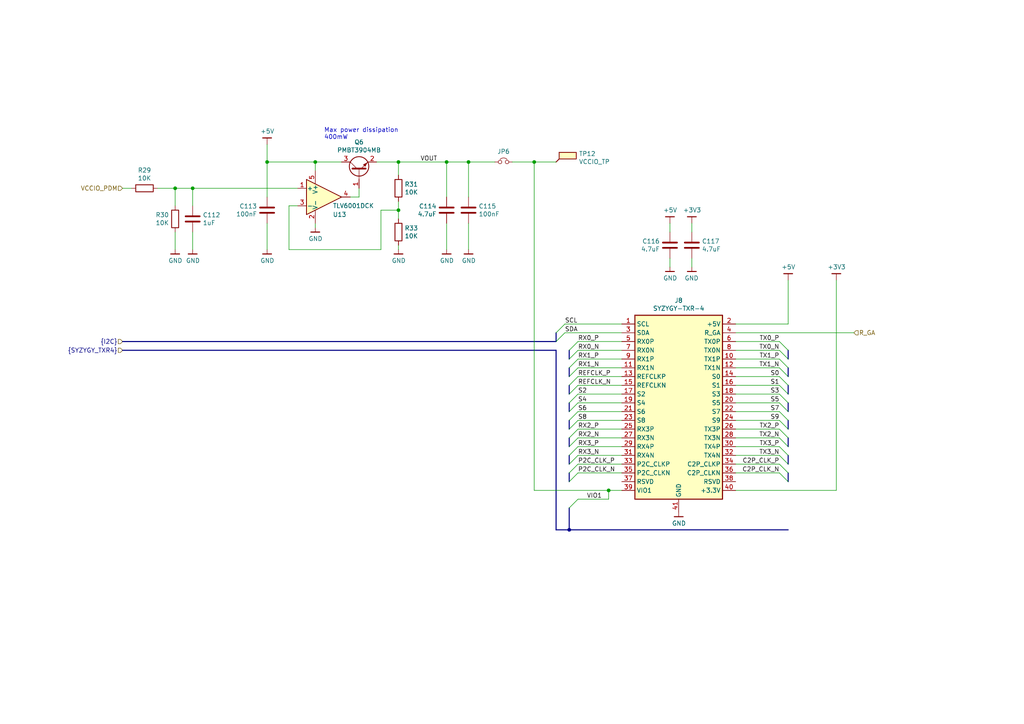
<source format=kicad_sch>
(kicad_sch (version 20200512) (host eeschema "5.99.0-unknown-711fc99~101~ubuntu18.04.1")
  (page 1 19)
  (paper "A4")
  (title_block (title "ButterStick") (date "2019-06-14") (rev "r0.2") (company "GsD"))
  (lib_symbols
    (symbol "Amplifier_Operational:TLV6001DCK" (pin_names (offset 0.127))
      (property "Reference" "U" (at 7.62 2.54 0))
      (property "Value" "TLV6001DCK" (at 11.43 -2.54 0))
      (symbol "TLV6001DCK_0_1"
        (polyline (pts (xy -2.54 5.08) (xy -2.54 -5.08) (xy 7.62 0) (xy -2.54 5.08)) (stroke (width 0.254)) (fill (type background)))
      )
      (symbol "TLV6001DCK_1_1"
        (pin input line (at -5.08 2.54 0) (length 2.54) (name "+") (number "1"))
        (pin power_in line (at 0 -7.62 90) (length 3.81) (name "V-") (number "2"))
        (pin input line (at -5.08 -2.54 0) (length 2.54) (name "-") (number "3"))
        (pin output line (at 10.16 0 180) (length 2.54) (name "~") (number "4"))
        (pin power_in line (at 0 7.62 270) (length 3.81) (name "V+") (number "5"))
      )
    )
    (symbol "Connector:TestPoint_Flag" (pin_numbers hide) (pin_names (offset 0.762) hide)
      (property "Reference" "TP" (at 3.429 1.778 0))
      (property "Value" "TestPoint_Flag" (at 3.302 4.191 0))
      (symbol "TestPoint_Flag_0_1"
        (rectangle (start 0.889 2.794) (end 5.842 0.889) (stroke (width 0.254)) (fill (type background)))
        (polyline (pts (xy 0 0) (xy 0.889 0.889)) (stroke (width 0.254)))
      )
      (symbol "TestPoint_Flag_1_1"
        (pin passive line (at 0 0 90) (length 0) (name "1") (number "1"))
      )
    )
    (symbol "Device:C" (pin_numbers hide) (pin_names (offset 0.254))
      (property "Reference" "C" (at 0.635 2.54 0))
      (property "Value" "C" (at 0.635 -2.54 0))
      (symbol "C_0_1"
        (polyline (pts (xy -2.032 -0.762) (xy 2.032 -0.762)) (stroke (width 0.508)))
        (polyline (pts (xy -2.032 0.762) (xy 2.032 0.762)) (stroke (width 0.508)))
      )
      (symbol "C_1_1"
        (pin passive line (at 0 3.81 270) (length 2.794) (name "~") (number "1"))
        (pin passive line (at 0 -3.81 90) (length 2.794) (name "~") (number "2"))
      )
    )
    (symbol "Device:Jumper_NC_Small" (pin_numbers hide) (pin_names (offset 0.762) hide)
      (property "Reference" "JP" (at 0 2.032 0))
      (property "Value" "Jumper_NC_Small" (at 0.254 -1.524 0))
      (symbol "Jumper_NC_Small_0_1"
        (arc (start 1.016 0.762) (end -1.016 0.762) (radius (at 0 -0.254) (length 1.4478) (angles 45 135)))
        (circle (center -1.016 0) (radius 0.508))
        (circle (center 1.016 0) (radius 0.508))
        (pin passive line (at -2.54 0 0) (length 1.016) (name "1") (number "1"))
        (pin passive line (at 2.54 0 180) (length 1.016) (name "2") (number "2"))
      )
    )
    (symbol "Device:R" (pin_numbers hide) (pin_names (offset 0))
      (property "Reference" "R" (at 2.032 0 90))
      (property "Value" "R" (at 0 0 90))
      (symbol "R_0_1"
        (rectangle (start -1.016 -2.54) (end 1.016 2.54) (stroke (width 0.254)))
      )
      (symbol "R_1_1"
        (pin passive line (at 0 3.81 270) (length 1.27) (name "~") (number "1"))
        (pin passive line (at 0 -3.81 90) (length 1.27) (name "~") (number "2"))
      )
    )
    (symbol "gkl_misc:PMBT3904MB" (pin_names (offset 0) hide)
      (property "Reference" "Q" (at 5.08 1.27 0))
      (property "Value" "PMBT3904MB" (at 5.08 -1.27 0))
      (symbol "PMBT3904MB_0_1"
        (circle (center 1.27 0) (radius 2.8194) (stroke (width 0.254)))
        (polyline (pts (xy 0.635 0) (xy -2.54 0)))
        (polyline (pts (xy 0.635 0.635) (xy 2.54 2.54)))
        (polyline (pts (xy 0.635 -0.635) (xy 2.54 -2.54) (xy 2.54 -2.54)))
        (polyline (pts (xy 0.635 1.905) (xy 0.635 -1.905) (xy 0.635 -1.905)) (stroke (width 0.508)))
        (polyline (pts (xy 1.27 -1.778) (xy 1.778 -1.27) (xy 2.286 -2.286) (xy 1.27 -1.778) (xy 1.27 -1.778)) (fill (type outline)))
      )
      (symbol "PMBT3904MB_1_1"
        (pin input line (at -5.08 0 0) (length 2.54) (name "B") (number "1"))
        (pin passive line (at 2.54 -5.08 90) (length 2.54) (name "E") (number "2"))
        (pin passive line (at 2.54 5.08 270) (length 2.54) (name "C") (number "3"))
      )
    )
    (symbol "gkl_misc:SYZYGY-TXR-4"
      (property "Reference" "J" (at 0 27.94 0))
      (property "Value" "SYZYGY-TXR-4" (at 0 25.4 0))
      (symbol "SYZYGY-TXR-4_0_1"
        (rectangle (start -12.7 24.13) (end 12.7 -29.21) (stroke (width 0.3302)) (fill (type background)))
      )
      (symbol "SYZYGY-TXR-4_1_1"
        (pin input line (at -16.51 21.59 0) (length 3.81) (name "SCL") (number "1"))
        (pin input line (at 16.51 11.43 180) (length 3.81) (name "TX1P") (number "10"))
        (pin input line (at -16.51 8.89 0) (length 3.81) (name "RX1N") (number "11"))
        (pin input line (at 16.51 8.89 180) (length 3.81) (name "TX1N") (number "12"))
        (pin input line (at -16.51 6.35 0) (length 3.81) (name "REFCLKP") (number "13"))
        (pin input line (at 16.51 6.35 180) (length 3.81) (name "S0") (number "14"))
        (pin input line (at -16.51 3.81 0) (length 3.81) (name "REFCLKN") (number "15"))
        (pin input line (at 16.51 3.81 180) (length 3.81) (name "S1") (number "16"))
        (pin input line (at -16.51 1.27 0) (length 3.81) (name "S2") (number "17"))
        (pin input line (at 16.51 1.27 180) (length 3.81) (name "S3") (number "18"))
        (pin input line (at -16.51 -1.27 0) (length 3.81) (name "S4") (number "19"))
        (pin input line (at 16.51 21.59 180) (length 3.81) (name "+5V") (number "2"))
        (pin input line (at 16.51 -1.27 180) (length 3.81) (name "S5") (number "20"))
        (pin input line (at -16.51 -3.81 0) (length 3.81) (name "S6") (number "21"))
        (pin input line (at 16.51 -3.81 180) (length 3.81) (name "S7") (number "22"))
        (pin input line (at -16.51 -6.35 0) (length 3.81) (name "S8") (number "23"))
        (pin input line (at 16.51 -6.35 180) (length 3.81) (name "S9") (number "24"))
        (pin input line (at -16.51 -8.89 0) (length 3.81) (name "RX3P") (number "25"))
        (pin input line (at 16.51 -8.89 180) (length 3.81) (name "TX3P") (number "26"))
        (pin input line (at -16.51 -11.43 0) (length 3.81) (name "RX3N") (number "27"))
        (pin input line (at 16.51 -11.43 180) (length 3.81) (name "TX3N") (number "28"))
        (pin input line (at -16.51 -13.97 0) (length 3.81) (name "RX4P") (number "29"))
        (pin input line (at -16.51 19.05 0) (length 3.81) (name "SDA") (number "3"))
        (pin input line (at 16.51 -13.97 180) (length 3.81) (name "TX4P") (number "30"))
        (pin input line (at -16.51 -16.51 0) (length 3.81) (name "RX4N") (number "31"))
        (pin input line (at 16.51 -16.51 180) (length 3.81) (name "TX4N") (number "32"))
        (pin input line (at -16.51 -19.05 0) (length 3.81) (name "P2C_CLKP") (number "33"))
        (pin input line (at 16.51 -19.05 180) (length 3.81) (name "C2P_CLKP") (number "34"))
        (pin input line (at -16.51 -21.59 0) (length 3.81) (name "P2C_CLKN") (number "35"))
        (pin input line (at 16.51 -21.59 180) (length 3.81) (name "C2P_CLKN") (number "36"))
        (pin input line (at -16.51 -24.13 0) (length 3.81) (name "RSVD") (number "37"))
        (pin input line (at 16.51 -24.13 180) (length 3.81) (name "RSVD") (number "38"))
        (pin input line (at -16.51 -26.67 0) (length 3.81) (name "VIO1") (number "39"))
        (pin input line (at 16.51 19.05 180) (length 3.81) (name "R_GA") (number "4"))
        (pin input line (at 16.51 -26.67 180) (length 3.81) (name "+3.3V") (number "40"))
        (pin input line (at 0 -33.02 90) (length 3.81) (name "GND") (number "41"))
        (pin input line (at -16.51 16.51 0) (length 3.81) (name "RX0P") (number "5"))
        (pin input line (at 16.51 16.51 180) (length 3.81) (name "TX0P") (number "6"))
        (pin input line (at -16.51 13.97 0) (length 3.81) (name "RX0N") (number "7"))
        (pin input line (at 16.51 13.97 180) (length 3.81) (name "TX0N") (number "8"))
        (pin input line (at -16.51 11.43 0) (length 3.81) (name "RX1P") (number "9"))
      )
    )
    (symbol "gkl_power:+3V3" (power) (pin_names (offset 0))
      (property "Value" "+3V3" (at 0 3.556 0))
      (symbol "+3V3_0_1"
        (polyline (pts (xy -1.27 1.905) (xy 1.27 1.905)) (stroke (width 0.3048)))
        (polyline (pts (xy 0 0) (xy 0 1.905)))
      )
      (symbol "+3V3_1_1"
        (pin power_in line (at 0 0 90) (length 0) (name "+3V3") (number "1") hide)
      )
    )
    (symbol "gkl_power:+5V" (power) (pin_names (offset 0))
      (property "Value" "+5V" (at 0 3.175 0))
      (symbol "+5V_0_1"
        (polyline (pts (xy -1.27 1.905) (xy 1.27 1.905)) (stroke (width 0.3048)))
        (polyline (pts (xy 0 0) (xy 0 1.905)))
      )
      (symbol "+5V_1_1"
        (pin power_in line (at 0 0 90) (length 0) (name "+5V") (number "1") hide)
      )
    )
    (symbol "gkl_power:GND" (power) (pin_names (offset 0))
      (property "Value" "GND" (at 0 -2.54 0))
      (symbol "GND_0_1"
        (polyline (pts (xy 0 -1.27) (xy 0 0)))
        (polyline (pts (xy 1.27 -1.27) (xy -1.27 -1.27)) (stroke (width 0.3048)))
      )
      (symbol "GND_1_1"
        (pin power_in line (at 0 0 270) (length 0) (name "GND") (number "1") hide)
      )
    )
  )
  (junction (at 50.8 54.61))
  (junction (at 55.88 54.61))
  (junction (at 77.47 46.99))
  (junction (at 91.44 46.99))
  (junction (at 115.57 46.99))
  (junction (at 115.57 60.96))
  (junction (at 129.54 46.99))
  (junction (at 135.89 46.99))
  (junction (at 154.94 46.99))
  (junction (at 176.53 142.24))
  (junction (at 165.1 153.67))
  (bus_entry (at 161.29 96.52) (size 2.54 -2.54))
  (bus_entry (at 161.29 99.06) (size 2.54 -2.54))
  (bus_entry (at 165.1 101.6) (size 2.54 -2.54))
  (bus_entry (at 165.1 104.14) (size 2.54 -2.54))
  (bus_entry (at 165.1 106.68) (size 2.54 -2.54))
  (bus_entry (at 165.1 109.22) (size 2.54 -2.54))
  (bus_entry (at 165.1 111.76) (size 2.54 -2.54))
  (bus_entry (at 165.1 114.3) (size 2.54 -2.54))
  (bus_entry (at 165.1 116.84) (size 2.54 -2.54))
  (bus_entry (at 165.1 119.38) (size 2.54 -2.54))
  (bus_entry (at 165.1 121.92) (size 2.54 -2.54))
  (bus_entry (at 165.1 124.46) (size 2.54 -2.54))
  (bus_entry (at 165.1 127) (size 2.54 -2.54))
  (bus_entry (at 165.1 129.54) (size 2.54 -2.54))
  (bus_entry (at 165.1 132.08) (size 2.54 -2.54))
  (bus_entry (at 165.1 134.62) (size 2.54 -2.54))
  (bus_entry (at 165.1 137.16) (size 2.54 -2.54))
  (bus_entry (at 165.1 139.7) (size 2.54 -2.54))
  (bus_entry (at 165.1 147.32) (size 2.54 -2.54))
  (bus_entry (at 228.6 101.6) (size -2.54 -2.54))
  (bus_entry (at 228.6 104.14) (size -2.54 -2.54))
  (bus_entry (at 228.6 106.68) (size -2.54 -2.54))
  (bus_entry (at 228.6 109.22) (size -2.54 -2.54))
  (bus_entry (at 228.6 111.76) (size -2.54 -2.54))
  (bus_entry (at 228.6 114.3) (size -2.54 -2.54))
  (bus_entry (at 228.6 116.84) (size -2.54 -2.54))
  (bus_entry (at 228.6 119.38) (size -2.54 -2.54))
  (bus_entry (at 228.6 121.92) (size -2.54 -2.54))
  (bus_entry (at 228.6 124.46) (size -2.54 -2.54))
  (bus_entry (at 228.6 127) (size -2.54 -2.54))
  (bus_entry (at 228.6 129.54) (size -2.54 -2.54))
  (bus_entry (at 228.6 132.08) (size -2.54 -2.54))
  (bus_entry (at 228.6 134.62) (size -2.54 -2.54))
  (bus_entry (at 228.6 137.16) (size -2.54 -2.54))
  (bus_entry (at 228.6 139.7) (size -2.54 -2.54))
  (wire (pts (xy 35.56 54.61) (xy 38.1 54.61)))
  (wire (pts (xy 45.72 54.61) (xy 50.8 54.61)))
  (wire (pts (xy 50.8 54.61) (xy 55.88 54.61)))
  (wire (pts (xy 50.8 59.69) (xy 50.8 54.61)))
  (wire (pts (xy 50.8 72.39) (xy 50.8 67.31)))
  (wire (pts (xy 55.88 54.61) (xy 86.36 54.61)))
  (wire (pts (xy 55.88 59.69) (xy 55.88 54.61)))
  (wire (pts (xy 55.88 67.31) (xy 55.88 72.39)))
  (wire (pts (xy 77.47 41.91) (xy 77.47 46.99)))
  (wire (pts (xy 77.47 46.99) (xy 77.47 57.15)))
  (wire (pts (xy 77.47 46.99) (xy 91.44 46.99)))
  (wire (pts (xy 77.47 64.77) (xy 77.47 72.39)))
  (wire (pts (xy 83.82 59.69) (xy 83.82 72.39)))
  (wire (pts (xy 83.82 72.39) (xy 110.49 72.39)))
  (wire (pts (xy 86.36 59.69) (xy 83.82 59.69)))
  (wire (pts (xy 91.44 46.99) (xy 91.44 49.53)))
  (wire (pts (xy 91.44 46.99) (xy 99.06 46.99)))
  (wire (pts (xy 91.44 64.77) (xy 91.44 66.04)))
  (wire (pts (xy 104.14 54.61) (xy 104.14 57.15)))
  (wire (pts (xy 104.14 57.15) (xy 101.6 57.15)))
  (wire (pts (xy 109.22 46.99) (xy 115.57 46.99)))
  (wire (pts (xy 110.49 60.96) (xy 115.57 60.96)))
  (wire (pts (xy 110.49 72.39) (xy 110.49 60.96)))
  (wire (pts (xy 115.57 46.99) (xy 129.54 46.99)))
  (wire (pts (xy 115.57 50.8) (xy 115.57 46.99)))
  (wire (pts (xy 115.57 58.42) (xy 115.57 60.96)))
  (wire (pts (xy 115.57 63.5) (xy 115.57 60.96)))
  (wire (pts (xy 115.57 71.12) (xy 115.57 72.39)))
  (wire (pts (xy 129.54 57.15) (xy 129.54 46.99)))
  (wire (pts (xy 129.54 64.77) (xy 129.54 72.39)))
  (wire (pts (xy 135.89 46.99) (xy 129.54 46.99)))
  (wire (pts (xy 135.89 46.99) (xy 135.89 57.15)))
  (wire (pts (xy 135.89 46.99) (xy 143.51 46.99)))
  (wire (pts (xy 135.89 64.77) (xy 135.89 72.39)))
  (wire (pts (xy 148.59 46.99) (xy 154.94 46.99)))
  (wire (pts (xy 154.94 46.99) (xy 154.94 142.24)))
  (wire (pts (xy 154.94 46.99) (xy 161.29 46.99)))
  (wire (pts (xy 154.94 142.24) (xy 176.53 142.24)))
  (wire (pts (xy 163.83 93.98) (xy 180.34 93.98)))
  (wire (pts (xy 163.83 96.52) (xy 180.34 96.52)))
  (wire (pts (xy 167.64 99.06) (xy 180.34 99.06)))
  (wire (pts (xy 167.64 101.6) (xy 180.34 101.6)))
  (wire (pts (xy 167.64 104.14) (xy 180.34 104.14)))
  (wire (pts (xy 167.64 106.68) (xy 180.34 106.68)))
  (wire (pts (xy 167.64 109.22) (xy 180.34 109.22)))
  (wire (pts (xy 167.64 111.76) (xy 180.34 111.76)))
  (wire (pts (xy 167.64 114.3) (xy 180.34 114.3)))
  (wire (pts (xy 167.64 116.84) (xy 180.34 116.84)))
  (wire (pts (xy 167.64 119.38) (xy 180.34 119.38)))
  (wire (pts (xy 167.64 121.92) (xy 180.34 121.92)))
  (wire (pts (xy 167.64 124.46) (xy 180.34 124.46)))
  (wire (pts (xy 167.64 127) (xy 180.34 127)))
  (wire (pts (xy 167.64 129.54) (xy 180.34 129.54)))
  (wire (pts (xy 167.64 132.08) (xy 180.34 132.08)))
  (wire (pts (xy 167.64 134.62) (xy 180.34 134.62)))
  (wire (pts (xy 167.64 137.16) (xy 180.34 137.16)))
  (wire (pts (xy 167.64 144.78) (xy 176.53 144.78)))
  (wire (pts (xy 176.53 142.24) (xy 180.34 142.24)))
  (wire (pts (xy 176.53 144.78) (xy 176.53 142.24)))
  (wire (pts (xy 194.31 64.77) (xy 194.31 67.31)))
  (wire (pts (xy 194.31 74.93) (xy 194.31 77.47)))
  (wire (pts (xy 200.66 64.77) (xy 200.66 67.31)))
  (wire (pts (xy 200.66 74.93) (xy 200.66 77.47)))
  (wire (pts (xy 213.36 93.98) (xy 228.6 93.98)))
  (wire (pts (xy 213.36 96.52) (xy 247.65 96.52)))
  (wire (pts (xy 213.36 99.06) (xy 226.06 99.06)))
  (wire (pts (xy 213.36 101.6) (xy 226.06 101.6)))
  (wire (pts (xy 213.36 104.14) (xy 226.06 104.14)))
  (wire (pts (xy 213.36 106.68) (xy 226.06 106.68)))
  (wire (pts (xy 213.36 109.22) (xy 226.06 109.22)))
  (wire (pts (xy 213.36 111.76) (xy 226.06 111.76)))
  (wire (pts (xy 213.36 114.3) (xy 226.06 114.3)))
  (wire (pts (xy 213.36 116.84) (xy 226.06 116.84)))
  (wire (pts (xy 213.36 119.38) (xy 226.06 119.38)))
  (wire (pts (xy 213.36 121.92) (xy 226.06 121.92)))
  (wire (pts (xy 213.36 124.46) (xy 226.06 124.46)))
  (wire (pts (xy 213.36 127) (xy 226.06 127)))
  (wire (pts (xy 213.36 129.54) (xy 226.06 129.54)))
  (wire (pts (xy 213.36 132.08) (xy 226.06 132.08)))
  (wire (pts (xy 213.36 134.62) (xy 226.06 134.62)))
  (wire (pts (xy 213.36 137.16) (xy 226.06 137.16)))
  (wire (pts (xy 213.36 142.24) (xy 242.57 142.24)))
  (wire (pts (xy 228.6 93.98) (xy 228.6 81.28)))
  (wire (pts (xy 242.57 142.24) (xy 242.57 81.28)))
  (bus (pts (xy 35.56 99.06) (xy 161.29 99.06)))
  (bus (pts (xy 35.56 101.6) (xy 161.29 101.6)))
  (bus (pts (xy 161.29 96.52) (xy 161.29 99.06)))
  (bus (pts (xy 161.29 101.6) (xy 161.29 153.67)))
  (bus (pts (xy 161.29 153.67) (xy 165.1 153.67)))
  (bus (pts (xy 165.1 101.6) (xy 165.1 106.68)))
  (bus (pts (xy 165.1 106.68) (xy 165.1 111.76)))
  (bus (pts (xy 165.1 111.76) (xy 165.1 116.84)))
  (bus (pts (xy 165.1 116.84) (xy 165.1 121.92)))
  (bus (pts (xy 165.1 121.92) (xy 165.1 127)))
  (bus (pts (xy 165.1 127) (xy 165.1 132.08)))
  (bus (pts (xy 165.1 132.08) (xy 165.1 137.16)))
  (bus (pts (xy 165.1 137.16) (xy 165.1 147.32)))
  (bus (pts (xy 165.1 147.32) (xy 165.1 153.67)))
  (bus (pts (xy 165.1 153.67) (xy 228.6 153.67)))
  (bus (pts (xy 228.6 101.6) (xy 228.6 106.68)))
  (bus (pts (xy 228.6 106.68) (xy 228.6 111.76)))
  (bus (pts (xy 228.6 111.76) (xy 228.6 116.84)))
  (bus (pts (xy 228.6 116.84) (xy 228.6 121.92)))
  (bus (pts (xy 228.6 121.92) (xy 228.6 127)))
  (bus (pts (xy 228.6 127) (xy 228.6 132.08)))
  (bus (pts (xy 228.6 132.08) (xy 228.6 137.16)))
  (bus (pts (xy 228.6 137.16) (xy 228.6 153.67)))
  (text "Max power dissipation\n400mW" (at 93.98 40.64 0) (effects (font (size 1.27 1.27)) (justify left bottom)))
  (label "VOUT" (at 121.92 46.99 0))
  (label "SCL" (at 163.83 93.98 0))
  (label "SDA" (at 163.83 96.52 0))
  (label "RX0_P" (at 167.64 99.06 0))
  (label "RX0_N" (at 167.64 101.6 0))
  (label "RX1_P" (at 167.64 104.14 0))
  (label "RX1_N" (at 167.64 106.68 0))
  (label "REFCLK_P" (at 167.64 109.22 0))
  (label "REFCLK_N" (at 167.64 111.76 0))
  (label "S2" (at 167.64 114.3 0))
  (label "S4" (at 167.64 116.84 0))
  (label "S6" (at 167.64 119.38 0))
  (label "S8" (at 167.64 121.92 0))
  (label "RX2_P" (at 167.64 124.46 0))
  (label "RX2_N" (at 167.64 127 0))
  (label "RX3_P" (at 167.64 129.54 0))
  (label "RX3_N" (at 167.64 132.08 0))
  (label "P2C_CLK_P" (at 167.64 134.62 0))
  (label "P2C_CLK_N" (at 167.64 137.16 0))
  (label "VIO1" (at 170.18 144.78 0))
  (label "TX0_P" (at 226.06 99.06 180))
  (label "TX0_N" (at 226.06 101.6 180))
  (label "TX1_P" (at 226.06 104.14 180))
  (label "TX1_N" (at 226.06 106.68 180))
  (label "S0" (at 226.06 109.22 180))
  (label "S1" (at 226.06 111.76 180))
  (label "S3" (at 226.06 114.3 180))
  (label "S5" (at 226.06 116.84 180))
  (label "S7" (at 226.06 119.38 180))
  (label "S9" (at 226.06 121.92 180))
  (label "TX2_P" (at 226.06 124.46 180))
  (label "TX2_N" (at 226.06 127 180))
  (label "TX3_P" (at 226.06 129.54 180))
  (label "TX3_N" (at 226.06 132.08 180))
  (label "C2P_CLK_P" (at 226.06 134.62 180))
  (label "C2P_CLK_N" (at 226.06 137.16 180))
  (hierarchical_label "VCCIO_PDM" (shape input) (at 35.56 54.61 180))
  (hierarchical_label "{I2C}" (shape input) (at 35.56 99.06 180))
  (hierarchical_label "{SYZYGY_TXR4}" (shape input) (at 35.56 101.6 180))
  (hierarchical_label "R_GA" (shape input) (at 247.65 96.52 0))
  (symbol (lib_id "gkl_power:GND") (at 50.8 72.39 0) (unit 1)
    (property "Reference" "#PWR0321" (effects hide))
    (property "Value" "GND" (at 50.8762 75.5904 0))
  )
  (symbol (lib_id "gkl_power:GND") (at 55.88 72.39 0) (unit 1)
    (property "Reference" "#PWR0320" (effects hide))
    (property "Value" "GND" (at 55.9562 75.5904 0))
  )
  (symbol (lib_id "gkl_power:GND") (at 77.47 72.39 0) (unit 1)
    (property "Reference" "#PWR0319" (effects hide))
    (property "Value" "GND" (at 77.5462 75.5904 0))
  )
  (symbol (lib_id "gkl_power:GND") (at 91.44 66.04 0) (unit 1)
    (property "Reference" "#PWR0327" (effects hide))
    (property "Value" "GND" (at 91.5162 69.2404 0))
  )
  (symbol (lib_id "gkl_power:GND") (at 115.57 72.39 0) (unit 1)
    (property "Reference" "#PWR0322" (effects hide))
    (property "Value" "GND" (at 115.6462 75.5904 0))
  )
  (symbol (lib_id "gkl_power:GND") (at 129.54 72.39 0) (unit 1)
    (property "Reference" "#PWR0324" (effects hide))
    (property "Value" "GND" (at 129.6162 75.5904 0))
  )
  (symbol (lib_id "gkl_power:GND") (at 135.89 72.39 0) (unit 1)
    (property "Reference" "#PWR0323" (effects hide))
    (property "Value" "GND" (at 135.9662 75.5904 0))
  )
  (symbol (lib_id "gkl_power:GND") (at 194.31 77.47 0) (unit 1)
    (property "Reference" "#PWR0331" (effects hide))
    (property "Value" "GND" (at 194.3862 80.6704 0))
  )
  (symbol (lib_id "gkl_power:GND") (at 196.85 148.59 0) (unit 1)
    (property "Reference" "#PWR0332" (effects hide))
    (property "Value" "GND" (at 196.9262 151.7904 0))
  )
  (symbol (lib_id "gkl_power:GND") (at 200.66 77.47 0) (mirror y) (unit 1)
    (property "Reference" "#PWR0330" (effects hide))
    (property "Value" "GND" (at 200.5838 80.6704 0))
  )
  (symbol (lib_id "gkl_power:+5V") (at 77.47 41.91 0) (unit 1)
    (property "Reference" "#PWR0325" (effects hide))
    (property "Value" "+5V" (at 77.5462 38.0746 0))
  )
  (symbol (lib_id "gkl_power:+5V") (at 194.31 64.77 0) (unit 1)
    (property "Reference" "#PWR0326" (effects hide))
    (property "Value" "+5V" (at 194.3862 60.9346 0))
  )
  (symbol (lib_id "gkl_power:+3V3") (at 200.66 64.77 0) (unit 1)
    (property "Reference" "#PWR0318" (effects hide))
    (property "Value" "+3V3" (at 200.7362 60.9346 0))
  )
  (symbol (lib_id "gkl_power:+5V") (at 228.6 81.28 0) (unit 1)
    (property "Reference" "#PWR0329" (effects hide))
    (property "Value" "+5V" (at 228.6762 77.4446 0))
  )
  (symbol (lib_id "gkl_power:+3V3") (at 242.57 81.28 0) (unit 1)
    (property "Reference" "#PWR0328" (effects hide))
    (property "Value" "+3V3" (at 242.6462 77.4446 0))
  )
  (symbol (lib_id "Device:Jumper_NC_Small") (at 146.05 46.99 0) (unit 1)
    (property "Reference" "JP6" (at 146.05 43.942 0))
    (property "Value" "Jumper_NC" (effects hide))
    (property "Footprint" "Jumper:SolderJumper-2_P1.3mm_Bridged2Bar_RoundedPad1.0x1.5mm" (effects hide))
    (property "PN" "DNP" (effects hide))
  )
  (symbol (lib_id "Device:R") (at 41.91 54.61 270) (unit 1)
    (property "Reference" "R29" (at 41.91 49.3776 90))
    (property "Value" "10K" (at 41.91 51.689 90))
    (property "Footprint" "Resistor_SMD:R_0402_1005Metric" (effects hide))
    (property "PN" "RNCF0402DTE10K0" (effects hide))
    (property "Mfg" "Stackpole Electronics Inc" (effects hide))
    (property "Tol" "1%" (effects hide))
  )
  (symbol (lib_id "Device:R") (at 50.8 63.5 0) (mirror x) (unit 1)
    (property "Reference" "R30" (at 49.022 62.3316 0) (effects (justify right)))
    (property "Value" "10K" (at 49.022 64.643 0) (effects (justify right)))
    (property "Footprint" "Resistor_SMD:R_0402_1005Metric" (effects hide))
    (property "PN" "RNCF0402DTE10K0" (effects hide))
    (property "Mfg" "Stackpole Electronics Inc" (effects hide))
    (property "Tol" "1%" (effects hide))
  )
  (symbol (lib_id "Device:R") (at 115.57 54.61 180) (unit 1)
    (property "Reference" "R31" (at 117.348 53.467 0) (effects (justify right)))
    (property "Value" "10K" (at 117.348 55.753 0) (effects (justify right)))
    (property "Footprint" "Resistor_SMD:R_0402_1005Metric" (effects hide))
    (property "Mfg" "Stackpole Electronics Inc" (effects hide))
    (property "Tol" "1%" (effects hide))
  )
  (symbol (lib_id "Device:R") (at 115.57 67.31 180) (unit 1)
    (property "Reference" "R33" (at 117.348 66.167 0) (effects (justify right)))
    (property "Value" "10K" (at 117.348 68.453 0) (effects (justify right)))
    (property "Footprint" "Resistor_SMD:R_0402_1005Metric" (effects hide))
    (property "Mfg" "Stackpole Electronics Inc" (effects hide))
    (property "Tol" "1%" (effects hide))
  )
  (symbol (lib_id "Connector:TestPoint_Flag") (at 161.29 46.99 0) (unit 1)
    (property "Reference" "TP12" (at 167.894 44.6024 0) (effects (justify left)))
    (property "Value" "VCCIO_TP" (at 167.894 46.9138 0) (effects (justify left)))
    (property "Footprint" "gkl_conn:TestPoint_Pad_D1.0mm" (effects hide))
    (property "PN" "DNP" (effects hide))
  )
  (symbol (lib_id "Device:C") (at 55.88 63.5 0) (unit 1)
    (property "Reference" "C112" (at 58.801 62.357 0) (effects (justify left)))
    (property "Value" "1uF" (at 58.801 64.643 0) (effects (justify left)))
    (property "Footprint" "Capacitor_SMD:C_0402_1005Metric" (effects hide))
    (property "Mfg" "Samsung Electro-Mechanics" (effects hide))
  )
  (symbol (lib_id "Device:C") (at 77.47 60.96 0) (mirror y) (unit 1)
    (property "Reference" "C113" (at 74.549 59.817 0) (effects (justify left)))
    (property "Value" "100nF" (at 74.549 62.103 0) (effects (justify left)))
    (property "Footprint" "Capacitor_SMD:C_0402_1005Metric" (effects hide))
    (property "Mfg" "Samsung Electro-Mechanics" (effects hide))
    (property "PN" "CL05B104KP5NNNC" (effects hide))
  )
  (symbol (lib_id "Device:C") (at 129.54 60.96 0) (unit 1)
    (property "Reference" "C114" (at 126.619 59.817 0) (effects (justify right)))
    (property "Value" "4.7uF" (at 126.619 62.103 0) (effects (justify right)))
    (property "Footprint" "Capacitor_SMD:C_0603_1608Metric" (effects hide))
    (property "Mfg" "Samsung Electro-Mechanics" (effects hide))
    (property "PN" "CL10A475KP8NNNC" (effects hide))
  )
  (symbol (lib_id "Device:C") (at 135.89 60.96 0) (mirror y) (unit 1)
    (property "Reference" "C115" (at 138.811 59.817 0) (effects (justify right)))
    (property "Value" "100nF" (at 138.811 62.103 0) (effects (justify right)))
    (property "Footprint" "Capacitor_SMD:C_0402_1005Metric" (effects hide))
    (property "Mfg" "Samsung Electro-Mechanics" (effects hide))
    (property "PN" "CL05B104KP5NNNC" (effects hide))
  )
  (symbol (lib_id "Device:C") (at 194.31 71.12 0) (unit 1)
    (property "Reference" "C116" (at 191.389 69.977 0) (effects (justify right)))
    (property "Value" "4.7uF" (at 191.389 72.263 0) (effects (justify right)))
    (property "Footprint" "Capacitor_SMD:C_0603_1608Metric" (effects hide))
    (property "Mfg" "Samsung Electro-Mechanics" (effects hide))
    (property "PN" "CL10A475KP8NNNC" (effects hide))
  )
  (symbol (lib_id "Device:C") (at 200.66 71.12 0) (mirror y) (unit 1)
    (property "Reference" "C117" (at 203.581 69.977 0) (effects (justify right)))
    (property "Value" "4.7uF" (at 203.581 72.263 0) (effects (justify right)))
    (property "Footprint" "Capacitor_SMD:C_0603_1608Metric" (effects hide))
    (property "Mfg" "Samsung Electro-Mechanics" (effects hide))
    (property "PN" "CL10A475KP8NNNC" (effects hide))
  )
  (symbol (lib_id "gkl_misc:PMBT3904MB") (at 104.14 49.53 90) (unit 1)
    (property "Reference" "Q6" (at 104.14 41.2242 90))
    (property "Value" "PMBT3904MB" (at 104.14 43.5356 90))
    (property "Footprint" "Package_TO_SOT_SMD:SOT-883" (effects hide))
  )
  (symbol (lib_id "Amplifier_Operational:TLV6001DCK") (at 91.44 57.15 0) (unit 1)
    (property "Reference" "U13" (at 96.52 62.23 0) (effects (justify left)))
    (property "Value" "TLV6001DCK" (at 96.52 59.69 0) (effects (justify left)))
    (property "Footprint" "Package_TO_SOT_SMD:SOT-353_SC-70-5" (effects hide))
    (property "Datasheet" "http://www.ti.com/lit/ds/symlink/tlv6001.pdf" (effects hide))
  )
  (symbol (lib_id "gkl_misc:SYZYGY-TXR-4") (at 196.85 115.57 0) (unit 1)
    (property "Reference" "J8" (at 196.85 87.1474 0))
    (property "Value" "SYZYGY-TXR-4" (at 196.85 89.4588 0))
    (property "Footprint" "gkl_conn:SYZYGY_Transcieiver" (effects hide))
  )
)
</source>
